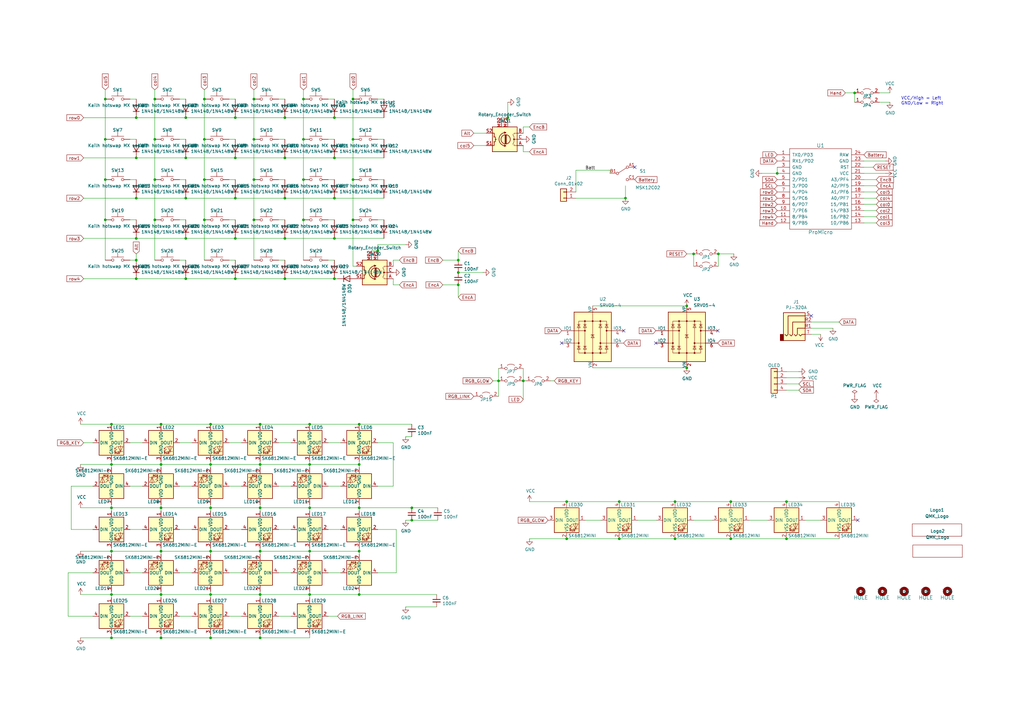
<source format=kicad_sch>
(kicad_sch (version 20211123) (generator eeschema)
  (paper "A3")
  (title_block (title "Lotus 58 Glow") (date "2023-03-10") (rev "v1.2.5") (company "Markus Knutsson <markus.knutsson@tweety.se>") (comment 1 "https://github.com/TweetyDaBird") (comment 2 "Licensed under CERN-OHL-S v2 or any superseding version"))
  (junction (at 124.46 57.15))
  (junction (at 55.88 106.68))
  (junction (at 66.04 261.62))
  (junction (at 137.16 97.79))
  (junction (at 66.04 208.28))
  (junction (at 106.68 243.84))
  (junction (at 214.63 156.21))
  (junction (at 276.86 205.74))
  (junction (at 322.58 205.74))
  (junction (at 86.36 208.28))
  (junction (at 96.52 114.3))
  (junction (at 294.64 104.14))
  (junction (at 144.78 57.15))
  (junction (at 106.68 190.5))
  (junction (at 63.5 90.17))
  (junction (at 86.36 173.99))
  (junction (at 83.82 90.17))
  (junction (at 284.48 104.14))
  (junction (at 187.96 116.84))
  (junction (at 116.84 64.77))
  (junction (at 137.16 64.77))
  (junction (at 45.72 173.99))
  (junction (at 276.86 220.98))
  (junction (at 66.04 243.84))
  (junction (at 55.88 114.3))
  (junction (at 187.96 111.76))
  (junction (at 86.36 261.62))
  (junction (at 116.84 48.26))
  (junction (at 116.84 81.28))
  (junction (at 208.28 48.26))
  (junction (at 124.46 40.64))
  (junction (at 63.5 57.15))
  (junction (at 104.14 40.64))
  (junction (at 76.2 81.28))
  (junction (at 43.18 57.15))
  (junction (at 147.32 226.06))
  (junction (at 55.88 48.26))
  (junction (at 63.5 40.64))
  (junction (at 154.94 102.87))
  (junction (at 55.88 81.28))
  (junction (at 144.78 73.66))
  (junction (at 76.2 64.77))
  (junction (at 104.14 90.17))
  (junction (at 66.04 173.99))
  (junction (at 45.72 208.28))
  (junction (at 168.91 208.28))
  (junction (at 76.2 48.26))
  (junction (at 55.88 97.79))
  (junction (at 299.72 220.98))
  (junction (at 147.32 208.28))
  (junction (at 106.68 173.99))
  (junction (at 63.5 73.66))
  (junction (at 43.18 40.64))
  (junction (at 55.88 64.77))
  (junction (at 116.84 114.3))
  (junction (at 147.32 243.84))
  (junction (at 45.72 226.06))
  (junction (at 45.72 261.62))
  (junction (at 96.52 64.77))
  (junction (at 168.91 213.36))
  (junction (at 43.18 73.66))
  (junction (at 350.52 38.1))
  (junction (at 76.2 114.3))
  (junction (at 83.82 73.66))
  (junction (at 127 243.84))
  (junction (at 127 208.28))
  (junction (at 45.72 243.84))
  (junction (at 116.84 97.79))
  (junction (at 66.04 190.5))
  (junction (at 86.36 226.06))
  (junction (at 187.96 106.68))
  (junction (at 127 173.99))
  (junction (at 96.52 48.26))
  (junction (at 137.16 81.28))
  (junction (at 127 190.5))
  (junction (at 137.16 48.26))
  (junction (at 124.46 73.66))
  (junction (at 137.16 114.3))
  (junction (at 127 226.06))
  (junction (at 318.77 71.12))
  (junction (at 147.32 190.5))
  (junction (at 45.72 190.5))
  (junction (at 106.68 208.28))
  (junction (at 204.47 156.21))
  (junction (at 83.82 40.64))
  (junction (at 281.686 125.476))
  (junction (at 86.36 190.5))
  (junction (at 104.14 73.66))
  (junction (at 83.82 57.15))
  (junction (at 86.36 243.84))
  (junction (at 104.14 57.15))
  (junction (at 281.686 150.876))
  (junction (at 96.52 81.28))
  (junction (at 232.41 205.74))
  (junction (at 106.68 226.06))
  (junction (at 322.58 220.98))
  (junction (at 144.78 40.64))
  (junction (at 96.52 97.79))
  (junction (at 144.78 90.17))
  (junction (at 254 220.98))
  (junction (at 106.68 261.62))
  (junction (at 299.72 205.74))
  (junction (at 254 205.74))
  (junction (at 43.18 90.17))
  (junction (at 147.32 173.99))
  (junction (at 76.2 97.79))
  (junction (at 124.46 90.17))
  (junction (at 256.54 81.28))
  (junction (at 232.41 220.98))
  (junction (at 66.04 226.06))
  (no_connect (at 351.79 213.36))
  (no_connect (at 260.35 68.58))
  (no_connect (at 332.74 129.54))
  (no_connect (at 268.986 140.716))
  (no_connect (at 294.386 135.636))
  (no_connect (at 230.378 140.716))
  (no_connect (at 255.778 135.636))
  (wire (pts (xy 299.72 220.98) (xy 322.58 220.98)))
  (wire (pts (xy 354.33 81.28) (xy 359.41 81.28)))
  (wire (pts (xy 147.32 190.5) (xy 147.32 189.23)))
  (wire (pts (xy 322.58 152.4) (xy 327.66 152.4)))
  (wire (pts (xy 127 190.5) (xy 127 189.23)))
  (wire (pts (xy 217.17 220.98) (xy 232.41 220.98)))
  (wire (pts (xy 86.36 226.06) (xy 106.68 226.06)))
  (wire (pts (xy 127 173.99) (xy 147.32 173.99)))
  (wire (pts (xy 137.16 57.15) (xy 134.62 57.15)))
  (wire (pts (xy 187.96 106.68) (xy 187.96 102.87)))
  (wire (pts (xy 127 209.55) (xy 127 208.28)))
  (wire (pts (xy 114.3 40.64) (xy 116.84 40.64)))
  (wire (pts (xy 114.3 252.73) (xy 119.38 252.73)))
  (wire (pts (xy 114.3 181.61) (xy 119.38 181.61)))
  (wire (pts (xy 134.62 217.17) (xy 139.7 217.17)))
  (wire (pts (xy 73.66 199.39) (xy 78.74 199.39)))
  (wire (pts (xy 73.66 73.66) (xy 76.2 73.66)))
  (wire (pts (xy 73.66 234.95) (xy 78.74 234.95)))
  (wire (pts (xy 86.36 208.28) (xy 86.36 209.55)))
  (wire (pts (xy 45.72 261.62) (xy 45.72 260.35)))
  (wire (pts (xy 199.39 54.61) (xy 194.31 54.61)))
  (wire (pts (xy 322.58 205.74) (xy 344.17 205.74)))
  (wire (pts (xy 202.184 156.21) (xy 204.47 156.21)))
  (wire (pts (xy 66.04 245.11) (xy 66.04 243.84)))
  (wire (pts (xy 168.91 213.36) (xy 179.578 213.36)))
  (wire (pts (xy 332.74 132.08) (xy 344.17 132.08)))
  (wire (pts (xy 147.32 208.28) (xy 147.32 209.55)))
  (wire (pts (xy 53.34 199.39) (xy 58.42 199.39)))
  (wire (pts (xy 134.62 181.61) (xy 139.7 181.61)))
  (wire (pts (xy 127 242.57) (xy 127 243.84)))
  (wire (pts (xy 27.94 234.95) (xy 27.94 252.73)))
  (wire (pts (xy 38.1 234.95) (xy 27.94 234.95)))
  (wire (pts (xy 93.98 199.39) (xy 99.06 199.39)))
  (wire (pts (xy 34.29 114.3) (xy 55.88 114.3)))
  (wire (pts (xy 166.37 248.92) (xy 179.07 248.92)))
  (wire (pts (xy 93.98 217.17) (xy 99.06 217.17)))
  (wire (pts (xy 162.56 217.17) (xy 162.56 234.95)))
  (wire (pts (xy 73.66 40.64) (xy 76.2 40.64)))
  (wire (pts (xy 66.04 208.28) (xy 86.36 208.28)))
  (wire (pts (xy 236.22 69.85) (xy 250.19 69.85)))
  (wire (pts (xy 86.36 173.99) (xy 106.68 173.99)))
  (wire (pts (xy 55.88 90.17) (xy 53.34 90.17)))
  (wire (pts (xy 181.61 106.68) (xy 187.96 106.68)))
  (wire (pts (xy 96.52 106.68) (xy 93.98 106.68)))
  (wire (pts (xy 93.98 181.61) (xy 99.06 181.61)))
  (wire (pts (xy 217.17 205.74) (xy 232.41 205.74)))
  (wire (pts (xy 137.16 64.77) (xy 157.48 64.77)))
  (wire (pts (xy 83.82 57.15) (xy 83.82 73.66)))
  (wire (pts (xy 168.91 179.07) (xy 166.37 179.07)))
  (wire (pts (xy 45.72 208.28) (xy 33.02 208.28)))
  (wire (pts (xy 127 243.84) (xy 147.32 243.84)))
  (wire (pts (xy 43.18 36.83) (xy 43.18 40.64)))
  (wire (pts (xy 93.98 40.64) (xy 96.52 40.64)))
  (wire (pts (xy 137.16 114.3) (xy 138.43 114.3)))
  (wire (pts (xy 104.14 40.64) (xy 104.14 57.15)))
  (wire (pts (xy 66.04 208.28) (xy 66.04 209.55)))
  (wire (pts (xy 104.14 36.83) (xy 104.14 40.64)))
  (wire (pts (xy 33.02 173.99) (xy 45.72 173.99)))
  (wire (pts (xy 236.22 69.85) (xy 236.22 78.74)))
  (wire (pts (xy 83.82 73.66) (xy 83.82 90.17)))
  (wire (pts (xy 34.29 181.61) (xy 38.1 181.61)))
  (wire (pts (xy 53.34 181.61) (xy 58.42 181.61)))
  (wire (pts (xy 45.72 190.5) (xy 45.72 191.77)))
  (wire (pts (xy 86.36 224.79) (xy 86.36 226.06)))
  (wire (pts (xy 34.29 64.77) (xy 55.88 64.77)))
  (wire (pts (xy 55.88 64.77) (xy 76.2 64.77)))
  (wire (pts (xy 66.04 242.57) (xy 66.04 243.84)))
  (wire (pts (xy 53.34 73.66) (xy 55.88 73.66)))
  (wire (pts (xy 83.82 40.64) (xy 83.82 57.15)))
  (wire (pts (xy 86.36 190.5) (xy 66.04 190.5)))
  (wire (pts (xy 38.1 217.17) (xy 29.21 217.17)))
  (wire (pts (xy 318.77 71.12) (xy 312.42 71.12)))
  (wire (pts (xy 307.34 213.36) (xy 314.96 213.36)))
  (wire (pts (xy 214.63 156.21) (xy 215.646 156.21)))
  (wire (pts (xy 106.68 190.5) (xy 106.68 189.23)))
  (wire (pts (xy 256.54 76.2) (xy 256.54 81.28)))
  (wire (pts (xy 45.72 227.33) (xy 45.72 226.06)))
  (wire (pts (xy 76.2 114.3) (xy 96.52 114.3)))
  (wire (pts (xy 354.33 73.66) (xy 359.41 73.66)))
  (wire (pts (xy 116.84 73.66) (xy 114.3 73.66)))
  (wire (pts (xy 55.88 104.14) (xy 55.88 106.68)))
  (wire (pts (xy 45.72 208.28) (xy 45.72 209.55)))
  (wire (pts (xy 364.998 41.91) (xy 360.68 41.91)))
  (wire (pts (xy 154.94 73.66) (xy 157.48 73.66)))
  (wire (pts (xy 322.58 154.94) (xy 327.66 154.94)))
  (wire (pts (xy 322.58 160.02) (xy 327.66 160.02)))
  (wire (pts (xy 83.82 90.17) (xy 83.82 106.68)))
  (wire (pts (xy 86.36 190.5) (xy 106.68 190.5)))
  (wire (pts (xy 53.34 252.73) (xy 58.42 252.73)))
  (wire (pts (xy 163.83 116.84) (xy 161.29 116.84)))
  (wire (pts (xy 106.68 208.28) (xy 106.68 209.55)))
  (wire (pts (xy 45.72 189.23) (xy 45.72 190.5)))
  (wire (pts (xy 208.28 41.91) (xy 208.28 48.26)))
  (wire (pts (xy 332.74 134.62) (xy 341.63 134.62)))
  (wire (pts (xy 76.2 81.28) (xy 96.52 81.28)))
  (wire (pts (xy 55.88 97.79) (xy 76.2 97.79)))
  (wire (pts (xy 318.77 68.58) (xy 318.77 71.12)))
  (wire (pts (xy 104.14 73.66) (xy 104.14 90.17)))
  (wire (pts (xy 161.29 116.84) (xy 161.29 114.3)))
  (wire (pts (xy 187.96 121.92) (xy 187.96 116.84)))
  (wire (pts (xy 199.39 59.69) (xy 194.31 59.69)))
  (wire (pts (xy 322.58 220.98) (xy 344.17 220.98)))
  (wire (pts (xy 124.46 90.17) (xy 124.46 106.68)))
  (wire (pts (xy 276.86 220.98) (xy 299.72 220.98)))
  (wire (pts (xy 45.72 207.01) (xy 45.72 208.28)))
  (wire (pts (xy 217.17 52.07) (xy 214.63 52.07)))
  (wire (pts (xy 166.37 100.33) (xy 154.94 100.33)))
  (wire (pts (xy 83.82 36.83) (xy 83.82 40.64)))
  (wire (pts (xy 354.33 71.12) (xy 363.22 71.12)))
  (wire (pts (xy 76.2 64.77) (xy 96.52 64.77)))
  (wire (pts (xy 124.46 40.64) (xy 124.46 57.15)))
  (wire (pts (xy 66.04 261.62) (xy 45.72 261.62)))
  (wire (pts (xy 104.14 57.15) (xy 104.14 73.66)))
  (wire (pts (xy 276.86 205.74) (xy 299.72 205.74)))
  (wire (pts (xy 284.48 213.36) (xy 292.1 213.36)))
  (wire (pts (xy 243.078 150.876) (xy 281.686 150.876)))
  (wire (pts (xy 154.94 90.17) (xy 157.48 90.17)))
  (wire (pts (xy 106.68 190.5) (xy 127 190.5)))
  (wire (pts (xy 27.94 252.73) (xy 38.1 252.73)))
  (wire (pts (xy 254 220.98) (xy 276.86 220.98)))
  (wire (pts (xy 144.78 40.64) (xy 144.78 57.15)))
  (wire (pts (xy 261.62 213.36) (xy 269.24 213.36)))
  (wire (pts (xy 147.32 173.99) (xy 168.91 173.99)))
  (wire (pts (xy 354.33 76.2) (xy 359.41 76.2)))
  (wire (pts (xy 106.68 261.62) (xy 86.36 261.62)))
  (wire (pts (xy 114.3 90.17) (xy 116.84 90.17)))
  (wire (pts (xy 124.46 57.15) (xy 124.46 73.66)))
  (wire (pts (xy 86.36 261.62) (xy 86.36 260.35)))
  (wire (pts (xy 204.47 151.13) (xy 204.47 156.21)))
  (wire (pts (xy 76.2 57.15) (xy 73.66 57.15)))
  (wire (pts (xy 106.68 243.84) (xy 106.68 242.57)))
  (wire (pts (xy 147.32 208.28) (xy 168.91 208.28)))
  (wire (pts (xy 354.33 66.04) (xy 363.22 66.04)))
  (wire (pts (xy 73.66 217.17) (xy 78.74 217.17)))
  (wire (pts (xy 96.52 97.79) (xy 116.84 97.79)))
  (wire (pts (xy 204.47 156.21) (xy 204.47 162.56)))
  (wire (pts (xy 86.36 245.11) (xy 86.36 243.84)))
  (wire (pts (xy 284.48 104.14) (xy 284.48 109.22)))
  (wire (pts (xy 124.46 73.66) (xy 124.46 90.17)))
  (wire (pts (xy 154.94 234.95) (xy 162.56 234.95)))
  (wire (pts (xy 106.68 226.06) (xy 127 226.06)))
  (wire (pts (xy 214.63 151.13) (xy 214.63 156.21)))
  (wire (pts (xy 63.5 36.83) (xy 63.5 40.64)))
  (wire (pts (xy 33.02 243.84) (xy 45.72 243.84)))
  (wire (pts (xy 208.28 48.26) (xy 205.74 48.26)))
  (wire (pts (xy 104.14 90.17) (xy 104.14 106.68)))
  (wire (pts (xy 152.4 102.87) (xy 154.94 102.87)))
  (wire (pts (xy 240.03 213.36) (xy 246.38 213.36)))
  (wire (pts (xy 106.68 245.11) (xy 106.68 243.84)))
  (wire (pts (xy 34.29 97.79) (xy 55.88 97.79)))
  (wire (pts (xy 53.34 234.95) (xy 58.42 234.95)))
  (wire (pts (xy 137.16 106.68) (xy 134.62 106.68)))
  (wire (pts (xy 93.98 57.15) (xy 96.52 57.15)))
  (wire (pts (xy 147.32 224.79) (xy 147.32 226.06)))
  (wire (pts (xy 114.3 234.95) (xy 119.38 234.95)))
  (wire (pts (xy 116.84 106.68) (xy 114.3 106.68)))
  (wire (pts (xy 86.36 190.5) (xy 86.36 191.77)))
  (wire (pts (xy 127 261.62) (xy 106.68 261.62)))
  (wire (pts (xy 33.02 226.06) (xy 45.72 226.06)))
  (wire (pts (xy 147.32 208.28) (xy 147.32 207.01)))
  (wire (pts (xy 106.68 191.77) (xy 106.68 190.5)))
  (wire (pts (xy 154.94 40.64) (xy 157.48 40.64)))
  (wire (pts (xy 147.32 190.5) (xy 147.32 191.77)))
  (wire (pts (xy 127 191.77) (xy 127 190.5)))
  (wire (pts (xy 354.33 83.82) (xy 359.41 83.82)))
  (wire (pts (xy 299.72 205.74) (xy 322.58 205.74)))
  (wire (pts (xy 93.98 234.95) (xy 99.06 234.95)))
  (wire (pts (xy 217.17 62.23) (xy 214.63 62.23)))
  (wire (pts (xy 181.61 116.84) (xy 187.96 116.84)))
  (wire (pts (xy 66.04 173.99) (xy 86.36 173.99)))
  (wire (pts (xy 127 226.06) (xy 147.32 226.06)))
  (wire (pts (xy 350.52 41.91) (xy 350.52 38.1)))
  (wire (pts (xy 86.36 208.28) (xy 86.36 207.01)))
  (wire (pts (xy 187.96 111.76) (xy 198.12 111.76)))
  (wire (pts (xy 354.33 88.9) (xy 359.41 88.9)))
  (wire (pts (xy 73.66 252.73) (xy 78.74 252.73)))
  (wire (pts (xy 29.21 217.17) (xy 29.21 199.39)))
  (wire (pts (xy 147.32 243.84) (xy 179.07 243.84)))
  (wire (pts (xy 281.686 104.14) (xy 284.48 104.14)))
  (wire (pts (xy 214.63 52.07) (xy 214.63 54.61)))
  (wire (pts (xy 55.88 114.3) (xy 76.2 114.3)))
  (wire (pts (xy 93.98 252.73) (xy 99.06 252.73)))
  (wire (pts (xy 66.04 261.62) (xy 66.04 260.35)))
  (wire (pts (xy 137.16 40.64) (xy 134.62 40.64)))
  (wire (pts (xy 45.72 190.5) (xy 33.02 190.5)))
  (wire (pts (xy 96.52 90.17) (xy 93.98 90.17)))
  (wire (pts (xy 116.84 64.77) (xy 137.16 64.77)))
  (wire (pts (xy 137.16 81.28) (xy 157.48 81.28)))
  (wire (pts (xy 66.04 190.5) (xy 66.04 189.23)))
  (wire (pts (xy 354.33 91.44) (xy 359.41 91.44)))
  (wire (pts (xy 45.72 173.99) (xy 66.04 173.99)))
  (wire (pts (xy 34.29 48.26) (xy 55.88 48.26)))
  (wire (pts (xy 154.94 100.33) (xy 154.94 102.87)))
  (wire (pts (xy 144.78 73.66) (xy 144.78 90.17)))
  (wire (pts (xy 127 245.11) (xy 127 243.84)))
  (wire (pts (xy 346.71 38.1) (xy 350.52 38.1)))
  (wire (pts (xy 294.64 104.14) (xy 294.64 109.22)))
  (wire (pts (xy 157.48 57.15) (xy 154.94 57.15)))
  (wire (pts (xy 45.72 190.5) (xy 66.04 190.5)))
  (wire (pts (xy 106.68 224.79) (xy 106.68 226.06)))
  (wire (pts (xy 66.04 224.79) (xy 66.04 226.06)))
  (wire (pts (xy 127 190.5) (xy 147.32 190.5)))
  (wire (pts (xy 147.32 243.84) (xy 147.32 242.57)))
  (wire (pts (xy 96.52 114.3) (xy 116.84 114.3)))
  (wire (pts (xy 116.84 81.28) (xy 137.16 81.28)))
  (wire (pts (xy 106.68 208.28) (xy 127 208.28)))
  (wire (pts (xy 127 261.62) (xy 127 260.35)))
  (wire (pts (xy 354.33 68.58) (xy 358.14 68.58)))
  (wire (pts (xy 127 208.28) (xy 127 207.01)))
  (wire (pts (xy 254 205.74) (xy 276.86 205.74)))
  (wire (pts (xy 154.94 217.17) (xy 162.56 217.17)))
  (wire (pts (xy 161.29 181.61) (xy 161.29 199.39)))
  (wire (pts (xy 96.52 81.28) (xy 116.84 81.28)))
  (wire (pts (xy 86.36 189.23) (xy 86.36 190.5)))
  (wire (pts (xy 96.52 48.26) (xy 116.84 48.26)))
  (wire (pts (xy 63.5 90.17) (xy 63.5 106.68)))
  (wire (pts (xy 66.04 208.28) (xy 66.04 207.01)))
  (wire (pts (xy 66.04 191.77) (xy 66.04 190.5)))
  (wire (pts (xy 86.36 227.33) (xy 86.36 226.06)))
  (wire (pts (xy 138.43 252.73) (xy 134.62 252.73)))
  (wire (pts (xy 250.19 69.85) (xy 250.19 71.12)))
  (wire (pts (xy 73.66 181.61) (xy 78.74 181.61)))
  (wire (pts (xy 163.83 106.68) (xy 161.29 106.68)))
  (wire (pts (xy 127 208.28) (xy 147.32 208.28)))
  (wire (pts (xy 300.99 104.14) (xy 294.64 104.14)))
  (wire (pts (xy 168.91 213.36) (xy 166.37 213.36)))
  (wire (pts (xy 86.36 243.84) (xy 86.36 242.57)))
  (wire (pts (xy 332.74 137.16) (xy 336.55 137.16)))
  (wire (pts (xy 76.2 48.26) (xy 96.52 48.26)))
  (wire (pts (xy 53.34 217.17) (xy 58.42 217.17)))
  (wire (pts (xy 45.72 242.57) (xy 45.72 243.84)))
  (wire (pts (xy 43.18 57.15) (xy 43.18 73.66)))
  (wire (pts (xy 154.94 199.39) (xy 161.29 199.39)))
  (wire (pts (xy 134.62 234.95) (xy 139.7 234.95)))
  (wire (pts (xy 45.72 245.11) (xy 45.72 243.84)))
  (wire (pts (xy 86.36 208.28) (xy 106.68 208.28)))
  (wire (pts (xy 66.04 243.84) (xy 86.36 243.84)))
  (wire (pts (xy 43.18 90.17) (xy 43.18 106.68)))
  (wire (pts (xy 66.04 226.06) (xy 86.36 226.06)))
  (wire (pts (xy 114.3 199.39) (xy 119.38 199.39)))
  (wire (pts (xy 124.46 36.83) (xy 124.46 40.64)))
  (wire (pts (xy 144.78 57.15) (xy 144.78 73.66)))
  (wire (pts (xy 144.78 36.83) (xy 144.78 40.64)))
  (wire (pts (xy 144.78 90.17) (xy 144.78 109.22)))
  (wire (pts (xy 86.36 261.62) (xy 66.04 261.62)))
  (wire (pts (xy 137.16 48.26) (xy 157.48 48.26)))
  (wire (pts (xy 106.68 173.99) (xy 127 173.99)))
  (wire (pts (xy 106.68 261.62) (xy 106.68 260.35)))
  (wire (pts (xy 55.88 48.26) (xy 76.2 48.26)))
  (wire (pts (xy 322.58 157.48) (xy 327.66 157.48)))
  (wire (pts (xy 137.16 97.79) (xy 157.48 97.79)))
  (wire (pts (xy 106.68 243.84) (xy 127 243.84)))
  (wire (pts (xy 76.2 97.79) (xy 96.52 97.79)))
  (wire (pts (xy 127 227.33) (xy 127 226.06)))
  (wire (pts (xy 76.2 90.17) (xy 73.66 90.17)))
  (wire (pts (xy 29.21 199.39) (xy 38.1 199.39)))
  (wire (pts (xy 45.72 261.62) (xy 33.02 261.62)))
  (wire (pts (xy 364.998 38.1) (xy 360.68 38.1)))
  (wire (pts (xy 243.078 125.476) (xy 281.686 125.476)))
  (wire (pts (xy 232.41 220.98) (xy 254 220.98)))
  (wire (pts (xy 45.72 226.06) (xy 66.04 226.06)))
  (wire (pts (xy 168.91 208.28) (xy 179.578 208.28)))
  (wire (pts (xy 63.5 73.66) (xy 63.5 90.17)))
  (wire (pts (xy 161.29 106.68) (xy 161.29 109.22)))
  (wire (pts (xy 114.3 217.17) (xy 119.38 217.17)))
  (wire (pts (xy 137.16 73.66) (xy 134.62 73.66)))
  (wire (pts (xy 144.78 109.22) (xy 146.05 109.22)))
  (wire (pts (xy 76.2 106.68) (xy 73.66 106.68)))
  (wire (pts (xy 55.88 57.15) (xy 53.34 57.15)))
  (wire (pts (xy 354.33 86.36) (xy 359.41 86.36)))
  (wire (pts (xy 106.68 226.06) (xy 106.68 227.33)))
  (wire (pts (xy 116.84 57.15) (xy 114.3 57.15)))
  (wire (pts (xy 93.98 73.66) (xy 96.52 73.66)))
  (wire (pts (xy 330.2 213.36) (xy 336.55 213.36)))
  (wire (pts (xy 55.88 40.64) (xy 53.34 40.64)))
  (wire (pts (xy 154.94 181.61) (xy 161.29 181.61)))
  (wire (pts (xy 86.36 243.84) (xy 106.68 243.84)))
  (wire (pts (xy 127 224.79) (xy 127 226.06)))
  (wire (pts (xy 116.84 114.3) (xy 137.16 114.3)))
  (wire (pts (xy 55.88 81.28) (xy 76.2 81.28)))
  (wire (pts (xy 137.16 90.17) (xy 134.62 90.17)))
  (wire (pts (xy 116.84 97.79) (xy 137.16 97.79)))
  (wire (pts (xy 45.72 208.28) (xy 66.04 208.28)))
  (wire (pts (xy 225.806 156.21) (xy 227.33 156.21)))
  (wire (pts (xy 63.5 40.64) (xy 63.5 57.15)))
  (wire (pts (xy 34.29 81.28) (xy 55.88 81.28)))
  (wire (pts (xy 66.04 226.06) (xy 66.04 227.33)))
  (wire (pts (xy 45.72 243.84) (xy 66.04 243.84)))
  (wire (pts (xy 106.68 208.28) (xy 106.68 207.01)))
  (wire (pts (xy 236.22 81.28) (xy 256.54 81.28)))
  (wire (pts (xy 96.52 64.77) (xy 116.84 64.77)))
  (wire (pts (xy 214.63 62.23) (xy 214.63 59.69)))
  (wire (pts (xy 45.72 224.79) (xy 45.72 226.06)))
  (wire (pts (xy 354.33 78.74) (xy 359.41 78.74)))
  (wire (pts (xy 232.41 205.74) (xy 254 205.74)))
  (wire (pts (xy 53.34 106.68) (xy 55.88 106.68)))
  (wire (pts (xy 147.32 226.06) (xy 147.32 227.33)))
  (wire (pts (xy 43.18 40.64) (xy 43.18 57.15)))
  (wire (pts (xy 116.84 48.26) (xy 137.16 48.26)))
  (wire (pts (xy 63.5 57.15) (xy 63.5 73.66)))
  (wire (pts (xy 214.63 156.21) (xy 214.63 163.83)))
  (wire (pts (xy 43.18 73.66) (xy 43.18 90.17)))
  (wire (pts (xy 134.62 199.39) (xy 139.7 199.39)))
  (text "VCC/High = Left\nGND/Low = Right" (at 369.57 43.18 0) (effects (font (size 1.27 1.27)) (justify left bottom)))
  (label "Batt" (at 240.03 69.85 0))
  (global_label "Alt" (shape input) (at 55.88 104.14 90) (property "Intersheet References" "${INTERSHEET_REFS}" (effects hide)))
  (global_label "col2" (shape input) (at 359.41 86.36 0) (property "Intersheet References" "${INTERSHEET_REFS}" (effects hide)))
  (global_label "EncB" (shape input) (at 359.41 73.66 0) (property "Intersheet References" "${INTERSHEET_REFS}" (effects hide)))
  (global_label "RESET" (shape input) (at 281.686 104.14 180) (property "Intersheet References" "${INTERSHEET_REFS}" (effects hide)))
  (global_label "row2" (shape input) (at 318.77 83.82 180) (property "Intersheet References" "${INTERSHEET_REFS}" (effects hide)))
  (global_label "RESET" (shape input) (at 358.14 68.58 0) (property "Intersheet References" "${INTERSHEET_REFS}" (effects hide)))
  (global_label "EncA" (shape input) (at 217.17 62.23 0) (property "Intersheet References" "${INTERSHEET_REFS}" (effects hide)))
  (global_label "col4" (shape input) (at 63.5 36.83 90) (property "Intersheet References" "${INTERSHEET_REFS}" (effects hide)))
  (global_label "DATA" (shape input) (at 294.386 140.716 0) (property "Intersheet References" "${INTERSHEET_REFS}" (effects hide)))
  (global_label "DATA" (shape input) (at 255.778 140.716 0) (property "Intersheet References" "${INTERSHEET_REFS}" (effects hide)))
  (global_label "row1" (shape input) (at 318.77 81.28 180) (property "Intersheet References" "${INTERSHEET_REFS}" (effects hide)))
  (global_label "RGB_GLOW" (shape input) (at 224.79 213.36 180) (property "Intersheet References" "${INTERSHEET_REFS}" (effects hide)))
  (global_label "Battery" (shape input) (at 354.33 63.5 0) (property "Intersheet References" "${INTERSHEET_REFS}" (effects hide)))
  (global_label "EncB" (shape input) (at 181.61 106.68 180) (property "Intersheet References" "${INTERSHEET_REFS}" (effects hide)))
  (global_label "RGB_GLOW" (shape input) (at 202.184 156.21 180) (property "Intersheet References" "${INTERSHEET_REFS}" (effects hide)))
  (global_label "EncA" (shape input) (at 187.96 121.92 0) (property "Intersheet References" "${INTERSHEET_REFS}" (effects hide)))
  (global_label "RGB_KEY" (shape input) (at 227.33 156.21 0) (property "Intersheet References" "${INTERSHEET_REFS}" (effects hide)))
  (global_label "RGB_LINK" (shape input) (at 194.31 162.56 180) (property "Intersheet References" "${INTERSHEET_REFS}" (effects hide)))
  (global_label "row3" (shape input) (at 34.29 97.79 180) (property "Intersheet References" "${INTERSHEET_REFS}" (effects hide)))
  (global_label "row3" (shape input) (at 318.77 86.36 180) (property "Intersheet References" "${INTERSHEET_REFS}" (effects hide)))
  (global_label "SCL" (shape input) (at 318.77 76.2 180) (property "Intersheet References" "${INTERSHEET_REFS}" (effects hide)))
  (global_label "SDA" (shape input) (at 327.66 160.02 0) (property "Intersheet References" "${INTERSHEET_REFS}" (effects hide)))
  (global_label "EncA" (shape input) (at 163.83 116.84 0) (property "Intersheet References" "${INTERSHEET_REFS}" (effects hide)))
  (global_label "col4" (shape input) (at 359.41 81.28 0) (property "Intersheet References" "${INTERSHEET_REFS}" (effects hide)))
  (global_label "DATA" (shape input) (at 268.986 135.636 180) (property "Intersheet References" "${INTERSHEET_REFS}" (effects hide)))
  (global_label "row1" (shape input) (at 34.29 64.77 180) (property "Intersheet References" "${INTERSHEET_REFS}" (effects hide)))
  (global_label "RGB_LINK" (shape input) (at 138.43 252.73 0) (property "Intersheet References" "${INTERSHEET_REFS}" (effects hide)))
  (global_label "row2" (shape input) (at 34.29 81.28 180) (property "Intersheet References" "${INTERSHEET_REFS}" (effects hide)))
  (global_label "col5" (shape input) (at 194.31 59.69 180) (property "Intersheet References" "${INTERSHEET_REFS}" (effects hide)))
  (global_label "col5" (shape input) (at 43.18 36.83 90) (property "Intersheet References" "${INTERSHEET_REFS}" (effects hide)))
  (global_label "EncA" (shape input) (at 359.41 76.2 0) (property "Intersheet References" "${INTERSHEET_REFS}" (effects hide)))
  (global_label "col0" (shape input) (at 359.41 83.82 0) (property "Intersheet References" "${INTERSHEET_REFS}" (effects hide)))
  (global_label "col3" (shape input) (at 83.82 36.83 90) (property "Intersheet References" "${INTERSHEET_REFS}" (effects hide)))
  (global_label "Battery" (shape input) (at 260.35 73.66 0) (property "Intersheet References" "${INTERSHEET_REFS}" (effects hide)))
  (global_label "EncB" (shape input) (at 217.17 52.07 0) (property "Intersheet References" "${INTERSHEET_REFS}" (effects hide)))
  (global_label "LED" (shape input) (at 318.77 63.5 180) (property "Intersheet References" "${INTERSHEET_REFS}" (effects hide)))
  (global_label "SCL" (shape input) (at 327.66 157.48 0) (property "Intersheet References" "${INTERSHEET_REFS}" (effects hide)))
  (global_label "Hand" (shape input) (at 318.77 91.44 180) (property "Intersheet References" "${INTERSHEET_REFS}" (effects hide)))
  (global_label "row0" (shape input) (at 34.29 48.26 180) (property "Intersheet References" "${INTERSHEET_REFS}" (effects hide)))
  (global_label "SDA" (shape input) (at 318.77 73.66 180) (property "Intersheet References" "${INTERSHEET_REFS}" (effects hide)))
  (global_label "RGB_KEY" (shape input) (at 34.29 181.61 180) (property "Intersheet References" "${INTERSHEET_REFS}" (effects hide)))
  (global_label "Alt" (shape input) (at 194.31 54.61 180) (property "Intersheet References" "${INTERSHEET_REFS}" (effects hide)))
  (global_label "col5" (shape input) (at 359.41 78.74 0) (property "Intersheet References" "${INTERSHEET_REFS}" (effects hide)))
  (global_label "DATA" (shape input) (at 344.17 132.08 0) (property "Intersheet References" "${INTERSHEET_REFS}" (effects hide)))
  (global_label "EncB" (shape input) (at 187.96 102.87 0) (property "Intersheet References" "${INTERSHEET_REFS}" (effects hide)))
  (global_label "EncA" (shape input) (at 181.61 116.84 180) (property "Intersheet References" "${INTERSHEET_REFS}" (effects hide)))
  (global_label "row4" (shape input) (at 34.29 114.3 180) (property "Intersheet References" "${INTERSHEET_REFS}" (effects hide)))
  (global_label "row0" (shape input) (at 318.77 78.74 180) (property "Intersheet References" "${INTERSHEET_REFS}" (effects hide)))
  (global_label "col1" (shape input) (at 359.41 88.9 0) (property "Intersheet References" "${INTERSHEET_REFS}" (effects hide)))
  (global_label "col1" (shape input) (at 124.46 36.83 90) (property "Intersheet References" "${INTERSHEET_REFS}" (effects hide)))
  (global_label "col0" (shape input) (at 144.78 36.83 90) (property "Intersheet References" "${INTERSHEET_REFS}" (effects hide)))
  (global_label "Hand" (shape input) (at 346.71 38.1 180) (property "Intersheet References" "${INTERSHEET_REFS}" (effects hide)))
  (global_label "col2" (shape input) (at 104.14 36.83 90) (property "Intersheet References" "${INTERSHEET_REFS}" (effects hide)))
  (global_label "DATA" (shape input) (at 318.77 66.04 180) (property "Intersheet References" "${INTERSHEET_REFS}" (effects hide)))
  (global_label "row4" (shape input) (at 318.77 88.9 180) (property "Intersheet References" "${INTERSHEET_REFS}" (effects hide)))
  (global_label "DATA" (shape input) (at 230.378 135.636 180) (property "Intersheet References" "${INTERSHEET_REFS}" (effects hide)))
  (global_label "col3" (shape input) (at 359.41 91.44 0) (property "Intersheet References" "${INTERSHEET_REFS}" (effects hide)))
  (global_label "EncB" (shape input) (at 163.83 106.68 0) (property "Intersheet References" "${INTERSHEET_REFS}" (effects hide)))
  (global_label "LED" (shape input) (at 214.63 163.83 180) (property "Intersheet References" "${INTERSHEET_REFS}" (effects hide)))
  (symbol (lib_id "keebio:ProMicro") (at 336.55 77.47 0) (unit 1)
    (property "Reference" "U1" (at 336.55 59.69 0) (effects (font (size 1.524 1.524))))
    (property "Value" "ProMicro" (at 336.55 95.25 0) (effects (font (size 1.524 1.524))))
    (property "Footprint" "Keyboard Controllers:ProMicro_jumpers" (effects hide))
  )
  (symbol (lib_id "Switch:SW_Push") (at 48.26 106.68 0) (mirror y) (unit 1)
    (property "Reference" "SW25" (at 48.26 102.87 0))
    (property "Value" "Kailh hotswap MX socket" (at 48.26 109.22 0))
    (property "Footprint" "Keyboard Switches:SW_MX_HotSwap_Reversible" (effects hide))
  )
  (symbol (lib_id "Switch:SW_Push") (at 68.58 106.68 0) (mirror y) (unit 1)
    (property "Reference" "SW26" (at 68.58 102.87 0))
    (property "Value" "Kailh hotswap MX socket" (at 68.58 109.22 0))
    (property "Footprint" "Keyboard Switches:SW_MX_HotSwap_Reversible" (effects hide))
  )
  (symbol (lib_id "Switch:SW_Push") (at 48.26 40.64 0) (mirror y) (unit 1)
    (property "Reference" "SW1" (at 48.26 36.83 0))
    (property "Value" "Kailh hotswap MX socket" (at 48.26 43.18 0))
    (property "Footprint" "Keyboard Switches:SW_MX_HotSwap_Reversible" (effects hide))
  )
  (symbol (lib_id "Device:D") (at 55.88 44.45 90) (unit 1)
    (property "Reference" "D1" (at 57.8866 43.2816 90) (effects (justify right)))
    (property "Value" "1N4148/1N4148W" (at 57.8866 45.593 90) (effects (justify right)))
    (property "Footprint" "Keyboard Common:Diode_DO35_SOD123" (effects hide))
  )
  (symbol (lib_id "Switch:SW_Push") (at 68.58 40.64 0) (mirror y) (unit 1)
    (property "Reference" "SW2" (at 68.58 36.83 0))
    (property "Value" "Kailh hotswap MX socket" (at 68.58 43.18 0))
    (property "Footprint" "Keyboard Switches:SW_MX_HotSwap_Reversible" (effects hide))
  )
  (symbol (lib_id "Device:D") (at 76.2 44.45 90) (unit 1)
    (property "Reference" "D2" (at 78.2066 43.2816 90) (effects (justify right)))
    (property "Value" "1N4148/1N4148W" (at 78.2066 45.593 90) (effects (justify right)))
    (property "Footprint" "Keyboard Common:Diode_DO35_SOD123" (effects hide))
  )
  (symbol (lib_id "Switch:SW_Push") (at 88.9 40.64 0) (mirror y) (unit 1)
    (property "Reference" "SW3" (at 88.9 36.83 0))
    (property "Value" "Kailh hotswap MX socket" (at 88.9 43.18 0))
    (property "Footprint" "Keyboard Switches:SW_MX_HotSwap_Reversible" (effects hide))
  )
  (symbol (lib_id "Device:D") (at 96.52 44.45 90) (unit 1)
    (property "Reference" "D3" (at 98.5266 43.2816 90) (effects (justify right)))
    (property "Value" "1N4148/1N4148W" (at 98.5266 45.593 90) (effects (justify right)))
    (property "Footprint" "Keyboard Common:Diode_DO35_SOD123" (effects hide))
  )
  (symbol (lib_id "Switch:SW_Push") (at 109.22 40.64 0) (mirror y) (unit 1)
    (property "Reference" "SW4" (at 109.22 36.83 0))
    (property "Value" "Kailh hotswap MX socket" (at 109.22 43.18 0))
    (property "Footprint" "Keyboard Switches:SW_MX_HotSwap_Reversible" (effects hide))
  )
  (symbol (lib_id "Device:D") (at 116.84 44.45 90) (unit 1)
    (property "Reference" "D4" (at 118.8466 43.2816 90) (effects (justify right)))
    (property "Value" "1N4148/1N4148W" (at 118.8466 45.593 90) (effects (justify right)))
    (property "Footprint" "Keyboard Common:Diode_DO35_SOD123" (effects hide))
  )
  (symbol (lib_id "Switch:SW_Push") (at 129.54 40.64 0) (mirror y) (unit 1)
    (property "Reference" "SW5" (at 129.54 36.83 0))
    (property "Value" "Kailh hotswap MX socket" (at 129.54 43.18 0))
    (property "Footprint" "Keyboard Switches:SW_MX_HotSwap_Reversible" (effects hide))
  )
  (symbol (lib_id "Device:D") (at 137.16 44.45 90) (unit 1)
    (property "Reference" "D5" (at 139.1666 43.2816 90) (effects (justify right)))
    (property "Value" "1N4148/1N4148W" (at 139.1666 45.593 90) (effects (justify right)))
    (property "Footprint" "Keyboard Common:Diode_DO35_SOD123" (effects hide))
  )
  (symbol (lib_id "Switch:SW_Push") (at 149.86 40.64 0) (mirror y) (unit 1)
    (property "Reference" "SW6" (at 149.86 36.83 0))
    (property "Value" "Kailh hotswap MX socket" (at 149.86 41.91 0))
    (property "Footprint" "Keyboard Switches:SW_MX_HotSwap_Reversible" (effects hide))
  )
  (symbol (lib_id "Device:D") (at 157.48 44.45 90) (unit 1)
    (property "Reference" "D6" (at 159.4866 43.2816 90) (effects (justify right)))
    (property "Value" "1N4148/1N4148W" (at 159.4866 45.593 90) (effects (justify right)))
    (property "Footprint" "Keyboard Common:Diode_DO35_SOD123" (effects hide))
  )
  (symbol (lib_id "Switch:SW_Push") (at 68.58 57.15 0) (mirror y) (unit 1)
    (property "Reference" "SW8" (at 68.58 53.34 0))
    (property "Value" "Kailh hotswap MX socket" (at 68.58 59.69 0))
    (property "Footprint" "Keyboard Switches:SW_MX_HotSwap_Reversible" (effects hide))
  )
  (symbol (lib_id "Switch:SW_Push") (at 88.9 57.15 0) (mirror y) (unit 1)
    (property "Reference" "SW9" (at 88.9 53.34 0))
    (property "Value" "Kailh hotswap MX socket" (at 88.9 59.69 0))
    (property "Footprint" "Keyboard Switches:SW_MX_HotSwap_Reversible" (effects hide))
  )
  (symbol (lib_id "Switch:SW_Push") (at 109.22 57.15 0) (mirror y) (unit 1)
    (property "Reference" "SW10" (at 109.22 53.34 0))
    (property "Value" "Kailh hotswap MX socket" (at 109.22 59.69 0))
    (property "Footprint" "Keyboard Switches:SW_MX_HotSwap_Reversible" (effects hide))
  )
  (symbol (lib_id "Switch:SW_Push") (at 129.54 57.15 0) (mirror y) (unit 1)
    (property "Reference" "SW11" (at 129.54 53.34 0))
    (property "Value" "Kailh hotswap MX socket" (at 129.54 59.69 0))
    (property "Footprint" "Keyboard Switches:SW_MX_HotSwap_Reversible" (effects hide))
  )
  (symbol (lib_id "Switch:SW_Push") (at 149.86 57.15 0) (mirror y) (unit 1)
    (property "Reference" "SW12" (at 149.86 53.34 0))
    (property "Value" "Kailh hotswap MX socket" (at 149.86 59.69 0))
    (property "Footprint" "Keyboard Switches:SW_MX_HotSwap_Reversible" (effects hide))
  )
  (symbol (lib_id "Switch:SW_Push") (at 48.26 57.15 0) (mirror y) (unit 1)
    (property "Reference" "SW7" (at 48.26 53.34 0))
    (property "Value" "Kailh hotswap MX socket" (at 48.26 59.69 0))
    (property "Footprint" "Keyboard Switches:SW_MX_HotSwap_Reversible" (effects hide))
  )
  (symbol (lib_id "Device:D") (at 55.88 60.96 90) (unit 1)
    (property "Reference" "D7" (at 57.8866 59.7916 90) (effects (justify right)))
    (property "Value" "1N4148/1N4148W" (at 57.8866 62.103 90) (effects (justify right)))
    (property "Footprint" "Keyboard Common:Diode_DO35_SOD123" (effects hide))
  )
  (symbol (lib_id "Device:D") (at 76.2 60.96 90) (unit 1)
    (property "Reference" "D8" (at 78.2066 59.7916 90) (effects (justify right)))
    (property "Value" "1N4148/1N4148W" (at 78.2066 62.103 90) (effects (justify right)))
    (property "Footprint" "Keyboard Common:Diode_DO35_SOD123" (effects hide))
  )
  (symbol (lib_id "Device:D") (at 96.52 60.96 90) (unit 1)
    (property "Reference" "D9" (at 98.5266 59.7916 90) (effects (justify right)))
    (property "Value" "1N4148/1N4148W" (at 98.5266 62.103 90) (effects (justify right)))
    (property "Footprint" "Keyboard Common:Diode_DO35_SOD123" (effects hide))
  )
  (symbol (lib_id "Device:D") (at 116.84 60.96 90) (unit 1)
    (property "Reference" "D10" (at 118.8466 59.7916 90) (effects (justify right)))
    (property "Value" "1N4148/1N4148W" (at 118.8466 62.103 90) (effects (justify right)))
    (property "Footprint" "Keyboard Common:Diode_DO35_SOD123" (effects hide))
  )
  (symbol (lib_id "Device:D") (at 137.16 60.96 90) (unit 1)
    (property "Reference" "D11" (at 139.1666 59.7916 90) (effects (justify right)))
    (property "Value" "1N4148/1N4148W" (at 139.1666 62.103 90) (effects (justify right)))
    (property "Footprint" "Keyboard Common:Diode_DO35_SOD123" (effects hide))
  )
  (symbol (lib_id "Device:D") (at 157.48 60.96 90) (unit 1)
    (property "Reference" "D12" (at 159.4866 59.7916 90) (effects (justify right)))
    (property "Value" "1N4148/1N4148W" (at 159.4866 62.103 90) (effects (justify right)))
    (property "Footprint" "Keyboard Common:Diode_DO35_SOD123" (effects hide))
  )
  (symbol (lib_id "Switch:SW_Push") (at 48.26 73.66 0) (mirror y) (unit 1)
    (property "Reference" "SW13" (at 48.26 69.85 0))
    (property "Value" "Kailh hotswap MX socket" (at 48.26 76.2 0))
    (property "Footprint" "Keyboard Switches:SW_MX_HotSwap_Reversible" (effects hide))
  )
  (symbol (lib_id "Switch:SW_Push") (at 68.58 73.66 0) (mirror y) (unit 1)
    (property "Reference" "SW14" (at 68.58 69.85 0))
    (property "Value" "Kailh hotswap MX socket" (at 68.58 76.2 0))
    (property "Footprint" "Keyboard Switches:SW_MX_HotSwap_Reversible" (effects hide))
  )
  (symbol (lib_id "Switch:SW_Push") (at 88.9 73.66 0) (mirror y) (unit 1)
    (property "Reference" "SW15" (at 88.9 69.85 0))
    (property "Value" "Kailh hotswap MX socket" (at 88.9 76.2 0))
    (property "Footprint" "Keyboard Switches:SW_MX_HotSwap_Reversible" (effects hide))
  )
  (symbol (lib_id "Switch:SW_Push") (at 109.22 73.66 0) (mirror y) (unit 1)
    (property "Reference" "SW16" (at 109.22 69.85 0))
    (property "Value" "Kailh hotswap MX socket" (at 109.22 76.2 0))
    (property "Footprint" "Keyboard Switches:SW_MX_HotSwap_Reversible" (effects hide))
  )
  (symbol (lib_id "Switch:SW_Push") (at 129.54 73.66 0) (mirror y) (unit 1)
    (property "Reference" "SW17" (at 129.54 69.85 0))
    (property "Value" "Kailh hotswap MX socket" (at 129.54 76.2 0))
    (property "Footprint" "Keyboard Switches:SW_MX_HotSwap_Reversible" (effects hide))
  )
  (symbol (lib_id "Switch:SW_Push") (at 149.86 73.66 0) (mirror y) (unit 1)
    (property "Reference" "SW18" (at 149.86 69.85 0))
    (property "Value" "Kailh hotswap MX socket" (at 149.86 76.2 0))
    (property "Footprint" "Keyboard Switches:SW_MX_HotSwap_Reversible" (effects hide))
  )
  (symbol (lib_id "Device:D") (at 55.88 77.47 90) (unit 1)
    (property "Reference" "D13" (at 57.8866 76.3016 90) (effects (justify right)))
    (property "Value" "1N4148/1N4148W" (at 57.8866 78.613 90) (effects (justify right)))
    (property "Footprint" "Keyboard Common:Diode_DO35_SOD123" (effects hide))
  )
  (symbol (lib_id "Device:D") (at 76.2 77.47 90) (unit 1)
    (property "Reference" "D14" (at 78.2066 76.3016 90) (effects (justify right)))
    (property "Value" "1N4148/1N4148W" (at 78.2066 78.613 90) (effects (justify right)))
    (property "Footprint" "Keyboard Common:Diode_DO35_SOD123" (effects hide))
  )
  (symbol (lib_id "Device:D") (at 96.52 77.47 90) (unit 1)
    (property "Reference" "D15" (at 98.5266 76.3016 90) (effects (justify right)))
    (property "Value" "1N4148/1N4148W" (at 98.5266 78.613 90) (effects (justify right)))
    (property "Footprint" "Keyboard Common:Diode_DO35_SOD123" (effects hide))
  )
  (symbol (lib_id "Device:D") (at 116.84 77.47 90) (unit 1)
    (property "Reference" "D16" (at 118.8466 76.3016 90) (effects (justify right)))
    (property "Value" "1N4148/1N4148W" (at 118.8466 78.613 90) (effects (justify right)))
    (property "Footprint" "Keyboard Common:Diode_DO35_SOD123" (effects hide))
  )
  (symbol (lib_id "Device:D") (at 137.16 77.47 90) (unit 1)
    (property "Reference" "D17" (at 139.1666 76.3016 90) (effects (justify right)))
    (property "Value" "1N4148/1N4148W" (at 139.1666 78.613 90) (effects (justify right)))
    (property "Footprint" "Keyboard Common:Diode_DO35_SOD123" (effects hide))
  )
  (symbol (lib_id "Device:D") (at 157.48 77.47 90) (unit 1)
    (property "Reference" "D18" (at 159.4866 76.3016 90) (effects (justify right)))
    (property "Value" "1N4148/1N4148W" (at 159.4866 78.613 90) (effects (justify right)))
    (property "Footprint" "Keyboard Common:Diode_DO35_SOD123" (effects hide))
  )
  (symbol (lib_id "Switch:SW_Push") (at 88.9 90.17 0) (mirror y) (unit 1)
    (property "Reference" "SW21" (at 88.9 86.36 0))
    (property "Value" "Kailh hotswap MX socket" (at 88.9 92.71 0))
    (property "Footprint" "Keyboard Switches:SW_MX_HotSwap_Reversible" (effects hide))
  )
  (symbol (lib_id "Switch:SW_Push") (at 109.22 90.17 0) (mirror y) (unit 1)
    (property "Reference" "SW22" (at 109.22 86.36 0))
    (property "Value" "Kailh hotswap MX socket" (at 109.22 92.71 0))
    (property "Footprint" "Keyboard Switches:SW_MX_HotSwap_Reversible" (effects hide))
  )
  (symbol (lib_id "Switch:SW_Push") (at 129.54 90.17 0) (mirror y) (unit 1)
    (property "Reference" "SW23" (at 129.54 86.36 0))
    (property "Value" "Kailh hotswap MX socket" (at 129.54 92.71 0))
    (property "Footprint" "Keyboard Switches:SW_MX_HotSwap_Reversible" (effects hide))
  )
  (symbol (lib_id "Switch:SW_Push") (at 149.86 90.17 0) (mirror y) (unit 1)
    (property "Reference" "SW24" (at 149.86 86.36 0))
    (property "Value" "Kailh hotswap MX socket" (at 149.86 92.71 0))
    (property "Footprint" "Keyboard Switches:SW_MX_HotSwap_Reversible" (effects hide))
  )
  (symbol (lib_id "Switch:SW_Push") (at 68.58 90.17 0) (mirror y) (unit 1)
    (property "Reference" "SW20" (at 68.58 86.36 0))
    (property "Value" "Kailh hotswap MX socket" (at 68.58 92.71 0))
    (property "Footprint" "Keyboard Switches:SW_MX_HotSwap_Reversible" (effects hide))
  )
  (symbol (lib_id "Switch:SW_Push") (at 48.26 90.17 0) (mirror y) (unit 1)
    (property "Reference" "SW19" (at 48.26 86.36 0))
    (property "Value" "Kailh hotswap MX socket" (at 48.26 92.71 0))
    (property "Footprint" "Keyboard Switches:SW_MX_HotSwap_Reversible" (effects hide))
  )
  (symbol (lib_id "Device:D") (at 55.88 93.98 90) (unit 1)
    (property "Reference" "D19" (at 57.8866 92.8116 90) (effects (justify right)))
    (property "Value" "1N4148/1N4148W" (at 57.8866 95.123 90) (effects (justify right)))
    (property "Footprint" "Keyboard Common:Diode_DO35_SOD123" (effects hide))
  )
  (symbol (lib_id "Device:D") (at 76.2 93.98 90) (unit 1)
    (property "Reference" "D20" (at 78.2066 92.8116 90) (effects (justify right)))
    (property "Value" "1N4148/1N4148W" (at 78.2066 95.123 90) (effects (justify right)))
    (property "Footprint" "Keyboard Common:Diode_DO35_SOD123" (effects hide))
  )
  (symbol (lib_id "Device:D") (at 96.52 93.98 90) (unit 1)
    (property "Reference" "D21" (at 98.5266 92.8116 90) (effects (justify right)))
    (property "Value" "1N4148/1N4148W" (at 98.5266 95.123 90) (effects (justify right)))
    (property "Footprint" "Keyboard Common:Diode_DO35_SOD123" (effects hide))
  )
  (symbol (lib_id "Device:D") (at 116.84 93.98 90) (unit 1)
    (property "Reference" "D22" (at 118.8466 92.8116 90) (effects (justify right)))
    (property "Value" "1N4148/1N4148W" (at 118.8466 95.123 90) (effects (justify right)))
    (property "Footprint" "Keyboard Common:Diode_DO35_SOD123" (effects hide))
  )
  (symbol (lib_id "Device:D") (at 137.16 93.98 90) (unit 1)
    (property "Reference" "D23" (at 139.1666 92.8116 90) (effects (justify right)))
    (property "Value" "1N4148/1N4148W" (at 139.1666 95.123 90) (effects (justify right)))
    (property "Footprint" "Keyboard Common:Diode_DO35_SOD123" (effects hide))
  )
  (symbol (lib_id "Device:D") (at 157.48 93.98 90) (unit 1)
    (property "Reference" "D24" (at 159.4866 92.8116 90) (effects (justify right)))
    (property "Value" "1N4148/1N4148W" (at 159.4866 95.123 90) (effects (justify right)))
    (property "Footprint" "Keyboard Common:Diode_DO35_SOD123" (effects hide))
  )
  (symbol (lib_id "Switch:SW_Push") (at 88.9 106.68 0) (mirror y) (unit 1)
    (property "Reference" "SW27" (at 88.9 102.87 0))
    (property "Value" "Kailh hotswap MX socket" (at 88.9 109.22 0))
    (property "Footprint" "Keyboard Switches:SW_MX_HotSwap_Reversible" (effects hide))
  )
  (symbol (lib_id "Switch:SW_Push") (at 109.22 106.68 0) (mirror y) (unit 1)
    (property "Reference" "SW28" (at 109.22 102.87 0))
    (property "Value" "Kailh hotswap MX socket" (at 109.22 109.22 0))
    (property "Footprint" "Keyboard Switches:SW_MX_HotSwap_Reversible" (effects hide))
  )
  (symbol (lib_id "Switch:SW_Push") (at 129.54 106.68 0) (mirror y) (unit 1)
    (property "Reference" "SW29" (at 129.54 102.87 0))
    (property "Value" "Kailh hotswap MX socket" (at 129.54 109.22 0))
    (property "Footprint" "Keyboard Switches:SW_MX_HotSwap_Reversible" (effects hide))
  )
  (symbol (lib_id "Device:D") (at 55.88 110.49 90) (unit 1)
    (property "Reference" "D25" (at 57.8866 109.3216 90) (effects (justify right)))
    (property "Value" "1N4148/1N4148W" (at 57.8866 111.633 90) (effects (justify right)))
    (property "Footprint" "Keyboard Common:Diode_DO35_SOD123" (effects hide))
  )
  (symbol (lib_id "Device:D") (at 76.2 110.49 90) (unit 1)
    (property "Reference" "D26" (at 78.2066 109.3216 90) (effects (justify right)))
    (property "Value" "1N4148/1N4148W" (at 78.2066 111.633 90) (effects (justify right)))
    (property "Footprint" "Keyboard Common:Diode_DO35_SOD123" (effects hide))
  )
  (symbol (lib_id "Device:D") (at 96.52 110.49 90) (unit 1)
    (property "Reference" "D27" (at 98.5266 109.3216 90) (effects (justify right)))
    (property "Value" "1N4148/1N4148W" (at 98.5266 111.633 90) (effects (justify right)))
    (property "Footprint" "Keyboard Common:Diode_DO35_SOD123" (effects hide))
  )
  (symbol (lib_id "Device:D") (at 116.84 110.49 90) (unit 1)
    (property "Reference" "D28" (at 118.8466 109.3216 90) (effects (justify right)))
    (property "Value" "1N4148/1N4148W" (at 118.8466 111.633 90) (effects (justify right)))
    (property "Footprint" "Keyboard Common:Diode_DO35_SOD123" (effects hide))
  )
  (symbol (lib_id "Device:D") (at 137.16 110.49 90) (unit 1)
    (property "Reference" "D29" (at 139.1666 109.3216 90) (effects (justify right)))
    (property "Value" "1N4148/1N4148W" (at 139.1666 111.633 90) (effects (justify right)))
    (property "Footprint" "Keyboard Common:Diode_DO35_SOD123" (effects hide))
  )
  (symbol (lib_id "power:VCC") (at 363.22 71.12 270) (unit 1)
    (property "Reference" "#PWR04" (effects hide))
    (property "Value" "VCC" (at 367.03 71.12 0))
  )
  (symbol (lib_id "power:GND") (at 300.99 104.14 0) (unit 1)
    (property "Reference" "#PWR05" (effects hide))
    (property "Value" "GND" (at 301.117 108.5342 0))
  )
  (symbol (lib_id "power:PWR_FLAG") (at 350.52 162.56 0) (unit 1)
    (property "Reference" "#FLG01" (effects hide))
    (property "Value" "PWR_FLAG" (at 350.52 158.1404 0))
  )
  (symbol (lib_id "power:GND") (at 350.52 162.56 0) (unit 1)
    (property "Reference" "#PWR015" (effects hide))
    (property "Value" "GND" (at 350.647 166.9542 0))
  )
  (symbol (lib_id "power:VCC") (at 359.41 162.56 0) (unit 1)
    (property "Reference" "#PWR016" (effects hide))
    (property "Value" "VCC" (at 359.8418 158.1658 0))
  )
  (symbol (lib_id "power:PWR_FLAG") (at 359.41 162.56 180) (unit 1)
    (property "Reference" "#FLG02" (effects hide))
    (property "Value" "PWR_FLAG" (at 359.41 166.9542 0))
  )
  (symbol (lib_id "Keyboard Common:Passthrough") (at 361.95 242.57 0) (unit 1)
    (property "Reference" "TH2" (at 361.95 242.57 0) (effects (font (size 1.524 1.524))))
    (property "Value" "HOLE" (at 361.95 245.11 0) (effects (font (size 1.524 1.524))))
    (property "Footprint" "Keyboard Common:Spacer PCB hole" (effects hide))
  )
  (symbol (lib_id "Keyboard Common:Passthrough") (at 370.84 242.57 0) (unit 1)
    (property "Reference" "TH3" (at 370.84 242.57 0) (effects (font (size 1.524 1.524))))
    (property "Value" "HOLE" (at 370.84 245.11 0) (effects (font (size 1.524 1.524))))
    (property "Footprint" "Keyboard Common:Spacer PCB hole" (effects hide))
  )
  (symbol (lib_id "Keyboard Common:Passthrough") (at 379.73 242.57 0) (unit 1)
    (property "Reference" "TH4" (at 379.73 242.57 0) (effects (font (size 1.524 1.524))))
    (property "Value" "HOLE" (at 379.73 245.11 0) (effects (font (size 1.524 1.524))))
    (property "Footprint" "Keyboard Common:Spacer PCB hole" (effects hide))
  )
  (symbol (lib_id "Keyboard Common:Passthrough") (at 388.62 242.57 0) (unit 1)
    (property "Reference" "TH5" (at 388.62 242.57 0) (effects (font (size 1.524 1.524))))
    (property "Value" "HOLE" (at 388.62 245.11 0) (effects (font (size 1.524 1.524))))
    (property "Footprint" "Keyboard Common:Spacer PCB hole" (effects hide))
  )
  (symbol (lib_id "Keyboard Common:Passthrough") (at 353.06 242.57 0) (unit 1)
    (property "Reference" "TH1" (at 353.06 242.57 0) (effects (font (size 1.524 1.524))))
    (property "Value" "HOLE" (at 353.06 245.11 0) (effects (font (size 1.524 1.524))))
    (property "Footprint" "Keyboard Common:Spacer PCB hole" (effects hide))
  )
  (symbol (lib_id "power:GND") (at 363.22 66.04 90) (unit 1)
    (property "Reference" "#PWR02" (effects hide))
    (property "Value" "GND" (at 367.03 66.04 0))
  )
  (symbol (lib_id "power:GND") (at 312.42 71.12 270) (unit 1)
    (property "Reference" "#PWR03" (effects hide))
    (property "Value" "GND" (at 308.61 71.12 0))
  )
  (symbol (lib_id "power:GND") (at 341.63 134.62 0) (unit 1)
    (property "Reference" "#PWR011" (effects hide))
    (property "Value" "GND" (at 341.757 139.0142 0))
  )
  (symbol (lib_id "power:VCC") (at 336.55 137.16 180) (unit 1)
    (property "Reference" "#PWR012" (effects hide))
    (property "Value" "VCC" (at 336.1182 141.5542 0))
  )
  (symbol (lib_id "Connector_Generic:Conn_01x04") (at 317.5 154.94 0) (mirror y) (unit 1)
    (property "Reference" "P1" (at 317.5 162.56 0))
    (property "Value" "OLED" (at 317.5 149.86 0))
    (property "Footprint" "Keyboard Common:SSD1306-0.91-OLED-4pin-128x32 doublesided" (effects hide))
  )
  (symbol (lib_id "power:GND") (at 327.66 152.4 90) (unit 1)
    (property "Reference" "#PWR013" (effects hide))
    (property "Value" "GND" (at 331.47 152.4 90) (effects (justify right)))
  )
  (symbol (lib_id "power:VCC") (at 327.66 154.94 270) (unit 1)
    (property "Reference" "#PWR014" (effects hide))
    (property "Value" "VCC" (at 331.47 154.94 90) (effects (justify left)))
  )
  (symbol (lib_id "Keyboard Common:SK6812MINI-E") (at 45.72 181.61 0) (unit 1)
    (property "Reference" "LED1" (at 46.355 175.26 0) (effects (justify left)))
    (property "Value" "SK6812MINI-E" (at 46.355 187.96 0) (effects (justify left)))
    (property "Footprint" "Keyboard RGB:MX_SK6812MINI-E_REVERSIBLE" (effects hide))
    (property "Datasheet" "https://cdn-shop.adafruit.com/product-files/2686/SK6812MINI_REV.01-1-2.pdf" (effects hide))
  )
  (symbol (lib_id "power:VCC") (at 33.02 173.99 0) (unit 1)
    (property "Reference" "#PWR019" (effects hide))
    (property "Value" "VCC" (at 33.4518 169.5958 0))
  )
  (symbol (lib_id "power:GND") (at 33.02 190.5 0) (unit 1)
    (property "Reference" "#PWR020" (effects hide))
    (property "Value" "GND" (at 33.147 194.8942 0))
  )
  (symbol (lib_id "power:VCC") (at 33.02 208.28 0) (unit 1)
    (property "Reference" "#PWR021" (effects hide))
    (property "Value" "VCC" (at 33.4518 203.8858 0))
  )
  (symbol (lib_id "power:GND") (at 33.02 226.06 0) (unit 1)
    (property "Reference" "#PWR022" (effects hide))
    (property "Value" "GND" (at 33.147 230.4542 0))
  )
  (symbol (lib_id "power:VCC") (at 33.02 243.84 0) (unit 1)
    (property "Reference" "#PWR023" (effects hide))
    (property "Value" "VCC" (at 33.4518 239.4458 0))
  )
  (symbol (lib_id "power:GND") (at 33.02 261.62 0) (unit 1)
    (property "Reference" "#PWR024" (effects hide))
    (property "Value" "GND" (at 33.147 266.0142 0))
  )
  (symbol (lib_id "Keyboard Switches:Rotary_Encoder_Click") (at 153.67 111.76 180) (unit 1)
    (property "Reference" "SW30" (at 153.67 104.14 0))
    (property "Value" "Rotary_Encoder_Switch" (at 153.67 101.6 0))
    (property "Footprint" "Keyboard Encoders:Encoder_Alps_EC11E_Small" (effects hide))
  )
  (symbol (lib_id "Jumper:Jumper_2_Open") (at 355.6 38.1 0) (unit 1)
    (property "Reference" "JP3" (at 355.6 39.37 0))
    (property "Value" "LEFT" (effects hide))
    (property "Footprint" "Keyboard Common:Jumper_Mini" (effects hide))
  )
  (symbol (lib_id "Jumper:Jumper_2_Open") (at 355.6 41.91 0) (unit 1)
    (property "Reference" "JP4" (at 355.6 43.18 0))
    (property "Value" "RIGHT" (effects hide))
    (property "Footprint" "Keyboard Common:Jumper_Mini" (effects hide))
  )
  (symbol (lib_id "power:GND") (at 364.998 41.91 0) (unit 1)
    (property "Reference" "#PWR010" (effects hide))
    (property "Value" "GND" (at 365.125 46.3042 0))
  )
  (symbol (lib_id "power:VCC") (at 364.998 38.1 0) (unit 1)
    (property "Reference" "#PWR09" (effects hide))
    (property "Value" "VCC" (at 364.998 34.29 0))
  )
  (symbol (lib_id "Device:D") (at 142.24 114.3 0) (unit 1)
    (property "Reference" "D30" (at 143.4084 116.3066 90) (effects (justify right)))
    (property "Value" "1N4148/1N4148W" (at 141.097 116.3066 90) (effects (justify right)))
    (property "Footprint" "Keyboard Common:Diode_DO35_SOD123" (effects hide))
  )
  (symbol (lib_id "Device:C_Small") (at 187.96 109.22 0) (unit 1)
    (property "Reference" "C1" (at 190.2968 108.0516 0) (effects (justify left)))
    (property "Value" "100nF" (at 190.2968 110.363 0) (effects (justify left)))
    (property "Footprint" "Keyboard Common:RESISTOR_Reversible" (effects hide))
  )
  (symbol (lib_id "Device:C_Small") (at 187.96 114.3 0) (unit 1)
    (property "Reference" "C2" (at 190.2968 113.1316 0) (effects (justify left)))
    (property "Value" "100nF" (at 190.2968 115.443 0) (effects (justify left)))
    (property "Footprint" "Keyboard Common:RESISTOR_Reversible" (effects hide))
  )
  (symbol (lib_id "power:GND") (at 198.12 111.76 90) (unit 1)
    (property "Reference" "#PWR08" (effects hide))
    (property "Value" "GND" (at 202.5142 111.633 0))
  )
  (symbol (lib_id "Keyboard Switches:Rotary_Encoder_Click") (at 207.01 57.15 180) (unit 1)
    (property "Reference" "SW31" (at 207.01 49.53 0))
    (property "Value" "Rotary_Encoder_Switch" (at 207.01 46.99 0))
    (property "Footprint" "Keyboard Encoders:Encoder_Alps_EC11E_Offset_pad" (effects hide))
  )
  (symbol (lib_id "power:GND") (at 161.29 111.76 90) (unit 1)
    (property "Reference" "#PWR07" (effects hide))
    (property "Value" "GND" (at 165.6842 111.633 0))
  )
  (symbol (lib_id "power:GND") (at 214.63 57.15 90) (unit 1)
    (property "Reference" "#PWR01" (effects hide))
    (property "Value" "GND" (at 219.0242 57.023 0))
  )
  (symbol (lib_id "Connector:AudioJack4") (at 327.66 132.08 0) (unit 1)
    (property "Reference" "J1" (at 326.5678 123.825 0))
    (property "Value" "PJ-320A" (at 326.5678 126.1364 0))
    (property "Footprint" "Keyboard Common:MJ-4PP-9_alim" (effects hide))
  )
  (symbol (lib_id "Jumper:Jumper_2_Open") (at 289.56 104.14 0) (unit 1)
    (property "Reference" "JP1" (at 289.56 105.41 0))
    (property "Value" "RESET" (effects hide))
    (property "Footprint" "Keyboard Common:Jumper_Mini" (effects hide))
  )
  (symbol (lib_id "Jumper:Jumper_2_Open") (at 289.56 109.22 0) (unit 1)
    (property "Reference" "JP2" (at 289.56 110.49 0))
    (property "Value" "RESET" (effects hide))
    (property "Footprint" "Keyboard Common:Jumper_Mini" (effects hide))
  )
  (symbol (lib_id "Keyboard Common:SK6812MINI-E") (at 66.04 181.61 0) (unit 1)
    (property "Reference" "LED2" (at 66.675 175.26 0) (effects (justify left)))
    (property "Value" "SK6812MINI-E" (at 66.675 187.96 0) (effects (justify left)))
    (property "Footprint" "Keyboard RGB:MX_SK6812MINI-E_REVERSIBLE" (effects hide))
    (property "Datasheet" "https://cdn-shop.adafruit.com/product-files/2686/SK6812MINI_REV.01-1-2.pdf" (effects hide))
  )
  (symbol (lib_id "Keyboard Common:SK6812MINI-E") (at 86.36 181.61 0) (unit 1)
    (property "Reference" "LED3" (at 86.995 175.26 0) (effects (justify left)))
    (property "Value" "SK6812MINI-E" (at 86.995 187.96 0) (effects (justify left)))
    (property "Footprint" "Keyboard RGB:MX_SK6812MINI-E_REVERSIBLE" (effects hide))
    (property "Datasheet" "https://cdn-shop.adafruit.com/product-files/2686/SK6812MINI_REV.01-1-2.pdf" (effects hide))
  )
  (symbol (lib_id "Keyboard Common:SK6812MINI-E") (at 106.68 181.61 0) (unit 1)
    (property "Reference" "LED4" (at 107.315 175.26 0) (effects (justify left)))
    (property "Value" "SK6812MINI-E" (at 107.315 187.96 0) (effects (justify left)))
    (property "Footprint" "Keyboard RGB:MX_SK6812MINI-E_REVERSIBLE" (effects hide))
    (property "Datasheet" "https://cdn-shop.adafruit.com/product-files/2686/SK6812MINI_REV.01-1-2.pdf" (effects hide))
  )
  (symbol (lib_id "Keyboard Common:SK6812MINI-E") (at 127 181.61 0) (unit 1)
    (property "Reference" "LED5" (at 127.635 175.26 0) (effects (justify left)))
    (property "Value" "SK6812MINI-E" (at 127.635 187.96 0) (effects (justify left)))
    (property "Footprint" "Keyboard RGB:MX_SK6812MINI-E_REVERSIBLE" (effects hide))
    (property "Datasheet" "https://cdn-shop.adafruit.com/product-files/2686/SK6812MINI_REV.01-1-2.pdf" (effects hide))
  )
  (symbol (lib_id "Keyboard Common:SK6812MINI-E") (at 147.32 181.61 0) (unit 1)
    (property "Reference" "LED6" (at 147.955 175.26 0) (effects (justify left)))
    (property "Value" "SK6812MINI-E" (at 147.955 187.96 0) (effects (justify left)))
    (property "Footprint" "Keyboard RGB:MX_SK6812MINI-E_REVERSIBLE" (effects hide))
    (property "Datasheet" "https://cdn-shop.adafruit.com/product-files/2686/SK6812MINI_REV.01-1-2.pdf" (effects hide))
  )
  (symbol (lib_id "Keyboard Common:SK6812MINI-E") (at 147.32 199.39 180) (unit 1)
    (property "Reference" "LED12" (at 146.685 205.74 0) (effects (justify left)))
    (property "Value" "SK6812MINI-E" (at 146.685 193.04 0) (effects (justify left)))
    (property "Footprint" "Keyboard RGB:MX_SK6812MINI-E_REVERSIBLE" (effects hide))
    (property "Datasheet" "https://cdn-shop.adafruit.com/product-files/2686/SK6812MINI_REV.01-1-2.pdf" (effects hide))
  )
  (symbol (lib_id "Keyboard Common:SK6812MINI-E") (at 127 199.39 180) (unit 1)
    (property "Reference" "LED11" (at 126.365 205.74 0) (effects (justify left)))
    (property "Value" "SK6812MINI-E" (at 126.365 193.04 0) (effects (justify left)))
    (property "Footprint" "Keyboard RGB:MX_SK6812MINI-E_REVERSIBLE" (effects hide))
    (property "Datasheet" "https://cdn-shop.adafruit.com/product-files/2686/SK6812MINI_REV.01-1-2.pdf" (effects hide))
  )
  (symbol (lib_id "Keyboard Common:SK6812MINI-E") (at 106.68 199.39 180) (unit 1)
    (property "Reference" "LED10" (at 106.045 205.74 0) (effects (justify left)))
    (property "Value" "SK6812MINI-E" (at 106.045 193.04 0) (effects (justify left)))
    (property "Footprint" "Keyboard RGB:MX_SK6812MINI-E_REVERSIBLE" (effects hide))
    (property "Datasheet" "https://cdn-shop.adafruit.com/product-files/2686/SK6812MINI_REV.01-1-2.pdf" (effects hide))
  )
  (symbol (lib_id "Keyboard Common:SK6812MINI-E") (at 86.36 199.39 180) (unit 1)
    (property "Reference" "LED9" (at 85.725 205.74 0) (effects (justify left)))
    (property "Value" "SK6812MINI-E" (at 85.725 193.04 0) (effects (justify left)))
    (property "Footprint" "Keyboard RGB:MX_SK6812MINI-E_REVERSIBLE" (effects hide))
    (property "Datasheet" "https://cdn-shop.adafruit.com/product-files/2686/SK6812MINI_REV.01-1-2.pdf" (effects hide))
  )
  (symbol (lib_id "Keyboard Common:SK6812MINI-E") (at 66.04 199.39 180) (unit 1)
    (property "Reference" "LED8" (at 65.405 205.74 0) (effects (justify left)))
    (property "Value" "SK6812MINI-E" (at 65.405 193.04 0) (effects (justify left)))
    (property "Footprint" "Keyboard RGB:MX_SK6812MINI-E_REVERSIBLE" (effects hide))
    (property "Datasheet" "https://cdn-shop.adafruit.com/product-files/2686/SK6812MINI_REV.01-1-2.pdf" (effects hide))
  )
  (symbol (lib_id "Keyboard Common:SK6812MINI-E") (at 45.72 199.39 180) (unit 1)
    (property "Reference" "LED7" (at 45.085 205.74 0) (effects (justify left)))
    (property "Value" "SK6812MINI-E" (at 45.085 193.04 0) (effects (justify left)))
    (property "Footprint" "Keyboard RGB:MX_SK6812MINI-E_REVERSIBLE" (effects hide))
    (property "Datasheet" "https://cdn-shop.adafruit.com/product-files/2686/SK6812MINI_REV.01-1-2.pdf" (effects hide))
  )
  (symbol (lib_id "Keyboard Common:SK6812MINI-E") (at 45.72 217.17 0) (unit 1)
    (property "Reference" "LED13" (at 46.355 210.82 0) (effects (justify left)))
    (property "Value" "SK6812MINI-E" (at 46.355 223.52 0) (effects (justify left)))
    (property "Footprint" "Keyboard RGB:MX_SK6812MINI-E_REVERSIBLE" (effects hide))
    (property "Datasheet" "https://cdn-shop.adafruit.com/product-files/2686/SK6812MINI_REV.01-1-2.pdf" (effects hide))
  )
  (symbol (lib_id "Keyboard Common:SK6812MINI-E") (at 66.04 217.17 0) (unit 1)
    (property "Reference" "LED14" (at 66.675 210.82 0) (effects (justify left)))
    (property "Value" "SK6812MINI-E" (at 66.675 223.52 0) (effects (justify left)))
    (property "Footprint" "Keyboard RGB:MX_SK6812MINI-E_REVERSIBLE" (effects hide))
    (property "Datasheet" "https://cdn-shop.adafruit.com/product-files/2686/SK6812MINI_REV.01-1-2.pdf" (effects hide))
  )
  (symbol (lib_id "Keyboard Common:SK6812MINI-E") (at 86.36 217.17 0) (unit 1)
    (property "Reference" "LED15" (at 86.995 210.82 0) (effects (justify left)))
    (property "Value" "SK6812MINI-E" (at 86.995 223.52 0) (effects (justify left)))
    (property "Footprint" "Keyboard RGB:MX_SK6812MINI-E_REVERSIBLE" (effects hide))
    (property "Datasheet" "https://cdn-shop.adafruit.com/product-files/2686/SK6812MINI_REV.01-1-2.pdf" (effects hide))
  )
  (symbol (lib_id "Keyboard Common:SK6812MINI-E") (at 106.68 217.17 0) (unit 1)
    (property "Reference" "LED16" (at 107.315 210.82 0) (effects (justify left)))
    (property "Value" "SK6812MINI-E" (at 107.315 223.52 0) (effects (justify left)))
    (property "Footprint" "Keyboard RGB:MX_SK6812MINI-E_REVERSIBLE" (effects hide))
    (property "Datasheet" "https://cdn-shop.adafruit.com/product-files/2686/SK6812MINI_REV.01-1-2.pdf" (effects hide))
  )
  (symbol (lib_id "Keyboard Common:SK6812MINI-E") (at 127 217.17 0) (unit 1)
    (property "Reference" "LED17" (at 127.635 210.82 0) (effects (justify left)))
    (property "Value" "SK6812MINI-E" (at 127.635 223.52 0) (effects (justify left)))
    (property "Footprint" "Keyboard RGB:MX_SK6812MINI-E_REVERSIBLE" (effects hide))
    (property "Datasheet" "https://cdn-shop.adafruit.com/product-files/2686/SK6812MINI_REV.01-1-2.pdf" (effects hide))
  )
  (symbol (lib_id "Keyboard Common:SK6812MINI-E") (at 147.32 217.17 0) (unit 1)
    (property "Reference" "LED18" (at 147.955 210.82 0) (effects (justify left)))
    (property "Value" "SK6812MINI-E" (at 147.955 223.52 0) (effects (justify left)))
    (property "Footprint" "Keyboard RGB:MX_SK6812MINI-E_REVERSIBLE" (effects hide))
    (property "Datasheet" "https://cdn-shop.adafruit.com/product-files/2686/SK6812MINI_REV.01-1-2.pdf" (effects hide))
  )
  (symbol (lib_id "Keyboard Common:SK6812MINI-E") (at 147.32 234.95 180) (unit 1)
    (property "Reference" "LED24" (at 146.685 241.3 0) (effects (justify left)))
    (property "Value" "SK6812MINI-E" (at 146.685 228.6 0) (effects (justify left)))
    (property "Footprint" "Keyboard RGB:MX_SK6812MINI-E_REVERSIBLE" (effects hide))
    (property "Datasheet" "https://cdn-shop.adafruit.com/product-files/2686/SK6812MINI_REV.01-1-2.pdf" (effects hide))
  )
  (symbol (lib_id "Keyboard Common:SK6812MINI-E") (at 127 234.95 180) (unit 1)
    (property "Reference" "LED23" (at 126.365 241.3 0) (effects (justify left)))
    (property "Value" "SK6812MINI-E" (at 126.365 228.6 0) (effects (justify left)))
    (property "Footprint" "Keyboard RGB:MX_SK6812MINI-E_REVERSIBLE" (effects hide))
    (property "Datasheet" "https://cdn-shop.adafruit.com/product-files/2686/SK6812MINI_REV.01-1-2.pdf" (effects hide))
  )
  (symbol (lib_id "Keyboard Common:SK6812MINI-E") (at 106.68 234.95 180) (unit 1)
    (property "Reference" "LED22" (at 106.045 241.3 0) (effects (justify left)))
    (property "Value" "SK6812MINI-E" (at 106.045 228.6 0) (effects (justify left)))
    (property "Footprint" "Keyboard RGB:MX_SK6812MINI-E_REVERSIBLE" (effects hide))
    (property "Datasheet" "https://cdn-shop.adafruit.com/product-files/2686/SK6812MINI_REV.01-1-2.pdf" (effects hide))
  )
  (symbol (lib_id "Keyboard Common:SK6812MINI-E") (at 86.36 234.95 180) (unit 1)
    (property "Reference" "LED21" (at 85.725 241.3 0) (effects (justify left)))
    (property "Value" "SK6812MINI-E" (at 85.725 228.6 0) (effects (justify left)))
    (property "Footprint" "Keyboard RGB:MX_SK6812MINI-E_REVERSIBLE" (effects hide))
    (property "Datasheet" "https://cdn-shop.adafruit.com/product-files/2686/SK6812MINI_REV.01-1-2.pdf" (effects hide))
  )
  (symbol (lib_id "Keyboard Common:SK6812MINI-E") (at 66.04 234.95 180) (unit 1)
    (property "Reference" "LED20" (at 65.405 241.3 0) (effects (justify left)))
    (property "Value" "SK6812MINI-E" (at 65.405 228.6 0) (effects (justify left)))
    (property "Footprint" "Keyboard RGB:MX_SK6812MINI-E_REVERSIBLE" (effects hide))
    (property "Datasheet" "https://cdn-shop.adafruit.com/product-files/2686/SK6812MINI_REV.01-1-2.pdf" (effects hide))
  )
  (symbol (lib_id "Keyboard Common:SK6812MINI-E") (at 45.72 234.95 180) (unit 1)
    (property "Reference" "LED19" (at 45.085 241.3 0) (effects (justify left)))
    (property "Value" "SK6812MINI-E" (at 45.085 228.6 0) (effects (justify left)))
    (property "Footprint" "Keyboard RGB:MX_SK6812MINI-E_REVERSIBLE" (effects hide))
    (property "Datasheet" "https://cdn-shop.adafruit.com/product-files/2686/SK6812MINI_REV.01-1-2.pdf" (effects hide))
  )
  (symbol (lib_id "Keyboard Common:SK6812MINI-E") (at 45.72 252.73 0) (unit 1)
    (property "Reference" "LED25" (at 46.355 246.38 0) (effects (justify left)))
    (property "Value" "SK6812MINI-E" (at 46.355 259.08 0) (effects (justify left)))
    (property "Footprint" "Keyboard RGB:MX_SK6812MINI-E_REVERSIBLE" (effects hide))
    (property "Datasheet" "https://cdn-shop.adafruit.com/product-files/2686/SK6812MINI_REV.01-1-2.pdf" (effects hide))
  )
  (symbol (lib_id "Keyboard Common:SK6812MINI-E") (at 66.04 252.73 0) (unit 1)
    (property "Reference" "LED26" (at 66.675 246.38 0) (effects (justify left)))
    (property "Value" "SK6812MINI-E" (at 66.675 259.08 0) (effects (justify left)))
    (property "Footprint" "Keyboard RGB:MX_SK6812MINI-E_REVERSIBLE" (effects hide))
    (property "Datasheet" "https://cdn-shop.adafruit.com/product-files/2686/SK6812MINI_REV.01-1-2.pdf" (effects hide))
  )
  (symbol (lib_id "Keyboard Common:SK6812MINI-E") (at 86.36 252.73 0) (unit 1)
    (property "Reference" "LED27" (at 86.995 246.38 0) (effects (justify left)))
    (property "Value" "SK6812MINI-E" (at 86.995 259.08 0) (effects (justify left)))
    (property "Footprint" "Keyboard RGB:MX_SK6812MINI-E_REVERSIBLE" (effects hide))
    (property "Datasheet" "https://cdn-shop.adafruit.com/product-files/2686/SK6812MINI_REV.01-1-2.pdf" (effects hide))
  )
  (symbol (lib_id "Keyboard Common:SK6812MINI-E") (at 106.68 252.73 0) (unit 1)
    (property "Reference" "LED28" (at 107.315 246.38 0) (effects (justify left)))
    (property "Value" "SK6812MINI-E" (at 107.315 259.08 0) (effects (justify left)))
    (property "Footprint" "Keyboard RGB:MX_SK6812MINI-E_REVERSIBLE" (effects hide))
    (property "Datasheet" "https://cdn-shop.adafruit.com/product-files/2686/SK6812MINI_REV.01-1-2.pdf" (effects hide))
  )
  (symbol (lib_id "Keyboard Common:SK6812MINI-E") (at 127 252.73 0) (unit 1)
    (property "Reference" "LED29" (at 127.635 246.38 0) (effects (justify left)))
    (property "Value" "SK6812MINI-E" (at 127.635 259.08 0) (effects (justify left)))
    (property "Footprint" "Keyboard RGB:MX_SK6812MINI-E_REVERSIBLE" (effects hide))
    (property "Datasheet" "https://cdn-shop.adafruit.com/product-files/2686/SK6812MINI_REV.01-1-2.pdf" (effects hide))
  )
  (symbol (lib_id "power:GND") (at 217.17 220.98 0) (unit 1)
    (property "Reference" "#PWR0101" (effects hide))
    (property "Value" "GND" (at 217.297 225.3742 0))
  )
  (symbol (lib_id "power:VCC") (at 217.17 205.74 0) (unit 1)
    (property "Reference" "#PWR0102" (effects hide))
    (property "Value" "VCC" (at 217.6018 201.3458 0))
  )
  (symbol (lib_id "Jumper:Jumper_2_Open") (at 199.39 162.56 0) (unit 1)
    (property "Reference" "JP15" (at 199.39 163.83 0))
    (property "Value" "FULL" (effects hide))
    (property "Footprint" "Keyboard Common:Jumper_Mini" (effects hide))
  )
  (symbol (lib_id "LED:SK6812MINI") (at 232.41 213.36 0) (unit 1)
    (property "Reference" "LED30" (at 233.045 207.01 0) (effects (justify left)))
    (property "Value" "SK6812MINI" (at 233.045 219.71 0) (effects (justify left)))
    (property "Footprint" "Keyboard RGB:LED_SK6812MINI_PLCC4_3.5x3.5mm_P1.75mmdouble" (effects hide))
    (property "Datasheet" "https://cdn-shop.adafruit.com/product-files/2686/SK6812MINI_REV.01-1-2.pdf" (effects hide))
  )
  (symbol (lib_id "Device:C_Small") (at 168.91 176.53 0) (unit 1)
    (property "Reference" "C3" (at 171.2468 175.3616 0) (effects (justify left)))
    (property "Value" "100nF" (at 171.2468 177.673 0) (effects (justify left)))
    (property "Footprint" "Keyboard Common:RESISTOR_Reversible" (effects hide))
  )
  (symbol (lib_id "power:GND") (at 166.37 179.07 0) (unit 1)
    (property "Reference" "#PWR0103" (effects hide))
    (property "Value" "GND" (at 166.497 183.4642 0))
  )
  (symbol (lib_id "Device:C_Small") (at 168.91 210.82 0) (unit 1)
    (property "Reference" "C4" (at 171.2468 209.6516 0) (effects (justify left)))
    (property "Value" "100nF" (at 171.2468 211.963 0) (effects (justify left)))
    (property "Footprint" "Keyboard Common:RESISTOR_Reversible" (effects hide))
  )
  (symbol (lib_id "power:GND") (at 166.37 213.36 0) (unit 1)
    (property "Reference" "#PWR0104" (effects hide))
    (property "Value" "GND" (at 166.497 217.7542 0))
  )
  (symbol (lib_id "Device:C_Small") (at 179.07 246.38 0) (unit 1)
    (property "Reference" "C6" (at 181.4068 245.2116 0) (effects (justify left)))
    (property "Value" "100nF" (at 181.4068 247.523 0) (effects (justify left)))
    (property "Footprint" "Keyboard Common:RESISTOR_Reversible" (effects hide))
  )
  (symbol (lib_id "power:GND") (at 166.37 248.92 0) (unit 1)
    (property "Reference" "#PWR0105" (effects hide))
    (property "Value" "GND" (at 166.497 253.3142 0))
  )
  (symbol (lib_id "Keyboard Common:MSK12C02") (at 255.27 71.12 0) (unit 1)
    (property "Reference" "S1" (at 262.3312 70.1548 0) (effects (justify left)))
    (property "Value" "MSK12C02" (at 260.604 76.962 0) (effects (justify left)))
    (property "Footprint" "MSK12C02" (effects hide))
    (property "Description" "SMD Toggle Switches" (effects hide))
    (property "Height" "1.4" (effects hide))
    (property "Manufacturer_Name" "Shou Han" (effects hide))
    (property "Manufacturer_Part_Number" "MSK12C02" (effects hide))
  )
  (symbol (lib_id "power:GND") (at 256.54 81.28 0) (unit 1)
    (property "Reference" "#PWR0106" (effects hide))
    (property "Value" "GND" (at 256.667 85.6742 0))
  )
  (symbol (lib_id "Connector_Generic:Conn_01x02") (at 231.14 81.28 180) (unit 1)
    (property "Reference" "J2" (at 233.2228 73.025 0))
    (property "Value" "Conn_01x02" (at 233.2228 75.3364 0))
    (property "Footprint" "Connector_PinHeader_2.54mm:PinHeader_1x02_P2.54mm_Vertical" (effects hide))
  )
  (symbol (lib_id "power:GND") (at 208.28 41.91 90) (unit 1)
    (property "Reference" "#PWR0107" (effects hide))
    (property "Value" "GND" (at 212.6742 41.783 0))
  )
  (symbol (lib_id "power:GND") (at 166.37 100.33 90) (unit 1)
    (property "Reference" "#PWR0108" (effects hide))
    (property "Value" "GND" (at 170.7642 100.203 0))
  )
  (symbol (lib_id "LED:SK6812MINI") (at 254 213.36 0) (unit 1)
    (property "Reference" "LED31" (at 254.635 207.01 0) (effects (justify left)))
    (property "Value" "SK6812MINI" (at 254.635 219.71 0) (effects (justify left)))
    (property "Footprint" "Keyboard RGB:LED_SK6812MINI_PLCC4_3.5x3.5mm_P1.75mmdouble" (effects hide))
    (property "Datasheet" "https://cdn-shop.adafruit.com/product-files/2686/SK6812MINI_REV.01-1-2.pdf" (effects hide))
  )
  (symbol (lib_id "LED:SK6812MINI") (at 276.86 213.36 0) (unit 1)
    (property "Reference" "LED32" (at 277.495 207.01 0) (effects (justify left)))
    (property "Value" "SK6812MINI" (at 277.495 219.71 0) (effects (justify left)))
    (property "Footprint" "Keyboard RGB:LED_SK6812MINI_PLCC4_3.5x3.5mm_P1.75mmdouble" (effects hide))
    (property "Datasheet" "https://cdn-shop.adafruit.com/product-files/2686/SK6812MINI_REV.01-1-2.pdf" (effects hide))
  )
  (symbol (lib_id "LED:SK6812MINI") (at 299.72 213.36 0) (unit 1)
    (property "Reference" "LED33" (at 300.355 207.01 0) (effects (justify left)))
    (property "Value" "SK6812MINI" (at 300.355 219.71 0) (effects (justify left)))
    (property "Footprint" "Keyboard RGB:LED_SK6812MINI_PLCC4_3.5x3.5mm_P1.75mmdouble" (effects hide))
    (property "Datasheet" "https://cdn-shop.adafruit.com/product-files/2686/SK6812MINI_REV.01-1-2.pdf" (effects hide))
  )
  (symbol (lib_id "LED:SK6812MINI") (at 322.58 213.36 0) (unit 1)
    (property "Reference" "LED34" (at 323.215 207.01 0) (effects (justify left)))
    (property "Value" "SK6812MINI" (at 323.215 219.71 0) (effects (justify left)))
    (property "Footprint" "Keyboard RGB:LED_SK6812MINI_PLCC4_3.5x3.5mm_P1.75mmdouble" (effects hide))
    (property "Datasheet" "https://cdn-shop.adafruit.com/product-files/2686/SK6812MINI_REV.01-1-2.pdf" (effects hide))
  )
  (symbol (lib_id "LED:SK6812MINI") (at 344.17 213.36 0) (unit 1)
    (property "Reference" "LED35" (at 344.805 207.01 0) (effects (justify left)))
    (property "Value" "SK6812MINI" (at 344.805 219.71 0) (effects (justify left)))
    (property "Footprint" "Keyboard RGB:LED_SK6812MINI_PLCC4_3.5x3.5mm_P1.75mmdouble" (effects hide))
    (property "Datasheet" "https://cdn-shop.adafruit.com/product-files/2686/SK6812MINI_REV.01-1-2.pdf" (effects hide))
  )
  (symbol (lib_id "LCSC Parts:SRV05-4") (at 243.078 138.176 0) (unit 1)
    (property "Reference" "U2" (at 245.8467 122.682 0) (effects (justify left)))
    (property "Value" "SRV05-4" (at 245.8467 125.222 0) (effects (justify left)))
    (property "Footprint" "Package_TO_SOT_SMD:SOT-23-6" (effects hide))
    (property "Datasheet" "http://www.onsemi.com/pub/Collateral/SRV05-4-D.PDF" (effects hide))
    (property "LCSC" "C558418" (effects hide))
  )
  (symbol (lib_id "Jumper:Jumper_2_Open") (at 209.55 151.13 0) (unit 1)
    (property "Reference" "JP7" (at 209.55 152.4 0))
    (property "Value" "FULL" (effects hide))
    (property "Footprint" "Keyboard Common:Jumper_Mini" (effects hide))
  )
  (symbol (lib_id "Logotypes:QMK_Logo") (at 384.556 227.33 0) (unit 1) (in_bom no)
    (property "Reference" "Logo2" (at 384.556 217.805 0))
    (property "Value" "QMK_Logo" (at 384.556 220.345 0))
    (property "Footprint" "Logotypes:qmk logo" (effects hide))
  )
  (symbol (lib_id "power:GND") (at 281.686 150.876 0) (unit 1)
    (property "Reference" "#PWR0110" (effects hide))
    (property "Value" "GND" (at 281.813 155.2702 0))
  )
  (symbol (lib_id "power:VCC") (at 281.686 125.476 0) (unit 1)
    (property "Reference" "#PWR0109" (effects hide))
    (property "Value" "VCC" (at 282.1178 121.0818 0))
  )
  (symbol (lib_id "Device:C_Small") (at 179.578 210.82 0) (unit 1)
    (property "Reference" "C5" (at 181.9148 209.6516 0) (effects (justify left)))
    (property "Value" "100nF" (at 181.9148 211.963 0) (effects (justify left)))
    (property "Footprint" "Keyboard Common:RESISTOR_Reversible" (effects hide))
  )
  (symbol (lib_id "Jumper:Jumper_2_Open") (at 220.726 156.21 0) (unit 1)
    (property "Reference" "JP6" (at 220.726 157.48 0))
    (property "Value" "FULL" (effects hide))
    (property "Footprint" "Keyboard Common:Jumper_Mini" (effects hide))
  )
  (symbol (lib_id "LCSC Parts:SRV05-4") (at 281.686 138.176 0) (unit 1)
    (property "Reference" "U3" (at 284.4547 122.682 0) (effects (justify left)))
    (property "Value" "SRV05-4" (at 284.4547 125.222 0) (effects (justify left)))
    (property "Footprint" "Package_TO_SOT_SMD:SOT-23-6" (effects hide))
    (property "Datasheet" "http://www.onsemi.com/pub/Collateral/SRV05-4-D.PDF" (effects hide))
    (property "LCSC" "C558418" (effects hide))
  )
  (symbol (lib_id "Jumper:Jumper_2_Open") (at 209.55 156.21 0) (unit 1)
    (property "Reference" "JP5" (at 209.55 157.48 0))
    (property "Value" "FULL" (effects hide))
    (property "Footprint" "Keyboard Common:Jumper_Mini" (effects hide))
  )
  (symbol (lib_id "Logotypes:QMK_Logo") (at 384.302 218.694 0) (unit 1) (in_bom no)
    (property "Reference" "Logo1" (at 384.302 209.169 0))
    (property "Value" "QMK_Logo" (at 384.302 211.709 0))
    (property "Footprint" "Logotypes:qmk logo" (effects hide))
  )
)
</source>
